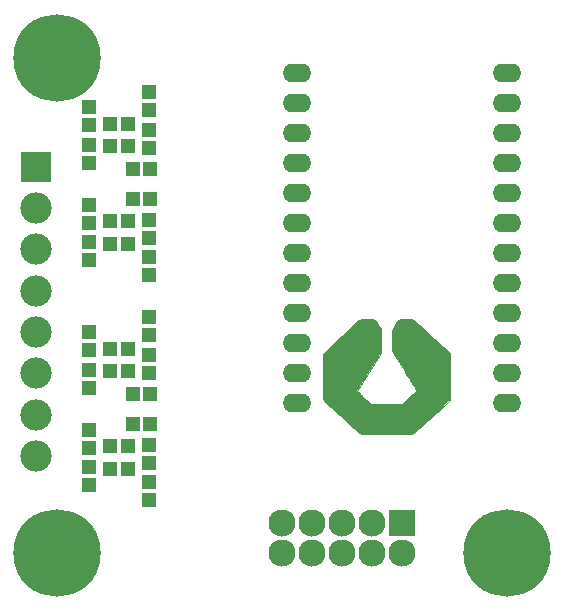
<source format=gbs>
G04 #@! TF.FileFunction,Soldermask,Bot*
%FSLAX46Y46*%
G04 Gerber Fmt 4.6, Leading zero omitted, Abs format (unit mm)*
G04 Created by KiCad (PCBNEW 4.0.4-stable) date Sunday, November 27, 2016 'PMt' 03:20:47 PM*
%MOMM*%
%LPD*%
G01*
G04 APERTURE LIST*
%ADD10C,0.100000*%
%ADD11O,2.400000X1.600000*%
%ADD12R,1.150000X1.200000*%
%ADD13R,1.200000X1.150000*%
%ADD14R,2.650000X2.650000*%
%ADD15C,2.650000*%
%ADD16C,7.400000*%
%ADD17C,1.000000*%
%ADD18C,2.300000*%
%ADD19R,2.300000X2.300000*%
G04 APERTURE END LIST*
D10*
G36*
X27628869Y18108229D02*
X27671484Y18012669D01*
X27714099Y17917108D01*
X29193369Y16575981D01*
X30672639Y15234854D01*
X30763434Y15199157D01*
X30854229Y15163460D01*
X32973542Y15163793D01*
X35092854Y15164126D01*
X35178879Y15197548D01*
X35207606Y15208923D01*
X35233300Y15219497D01*
X35254150Y15228494D01*
X35268344Y15235136D01*
X35273655Y15238204D01*
X35278202Y15242208D01*
X35290382Y15253003D01*
X35309922Y15270345D01*
X35336548Y15293990D01*
X35369987Y15323696D01*
X35409963Y15359219D01*
X35456205Y15400315D01*
X35508437Y15446740D01*
X35566386Y15498253D01*
X35629779Y15554608D01*
X35698340Y15615563D01*
X35771798Y15680874D01*
X35849876Y15750297D01*
X35932303Y15823590D01*
X36018804Y15900509D01*
X36109105Y15980810D01*
X36202933Y16064249D01*
X36300013Y16150584D01*
X36400072Y16239572D01*
X36502836Y16330967D01*
X36608031Y16424528D01*
X36715383Y16520010D01*
X36783068Y16580212D01*
X38283729Y17914987D01*
X38327386Y18011566D01*
X38371042Y18108146D01*
X38370783Y20010542D01*
X38370525Y21912938D01*
X38327127Y22008718D01*
X38283729Y22104499D01*
X36774834Y23436848D01*
X35265939Y24769196D01*
X35177102Y24802890D01*
X35088266Y24836584D01*
X34603727Y24836403D01*
X34119188Y24836222D01*
X34005558Y24771246D01*
X33891929Y24706270D01*
X33697748Y24381166D01*
X33503566Y24056063D01*
X33484617Y23988839D01*
X33465667Y23921616D01*
X33465741Y23031048D01*
X33465816Y22140479D01*
X33486265Y22071688D01*
X33506714Y22002896D01*
X34495942Y20431271D01*
X34570427Y20312933D01*
X34643531Y20196791D01*
X34715049Y20083171D01*
X34784774Y19972398D01*
X34852502Y19864800D01*
X34918028Y19760701D01*
X34981145Y19660429D01*
X35041650Y19564309D01*
X35099336Y19472667D01*
X35153998Y19385831D01*
X35205431Y19304125D01*
X35253429Y19227875D01*
X35297788Y19157409D01*
X35338302Y19093052D01*
X35374765Y19035130D01*
X35406973Y18983970D01*
X35434721Y18939897D01*
X35457802Y18903238D01*
X35476011Y18874319D01*
X35489144Y18853465D01*
X35496995Y18841004D01*
X35499274Y18837390D01*
X35513379Y18815135D01*
X34909634Y18243401D01*
X34305890Y17671667D01*
X32970877Y17671667D01*
X31635864Y17671667D01*
X31057192Y18219922D01*
X30990717Y18282909D01*
X30926097Y18344145D01*
X30863775Y18403214D01*
X30804192Y18459695D01*
X30747789Y18513171D01*
X30695010Y18563221D01*
X30646294Y18609427D01*
X30602084Y18651370D01*
X30562821Y18688631D01*
X30528947Y18720792D01*
X30500904Y18747432D01*
X30479133Y18768134D01*
X30464075Y18782479D01*
X30456173Y18790047D01*
X30455499Y18790701D01*
X30432478Y18813224D01*
X31462401Y20407620D01*
X32492324Y22002015D01*
X32513329Y22072229D01*
X32534333Y22142444D01*
X32534333Y23031396D01*
X32534333Y23920348D01*
X32511440Y23994014D01*
X32488546Y24067681D01*
X32272180Y24384365D01*
X32236524Y24436502D01*
X32202406Y24486291D01*
X32170327Y24533007D01*
X32140787Y24575929D01*
X32114285Y24614332D01*
X32091320Y24647494D01*
X32072393Y24674691D01*
X32058004Y24695201D01*
X32048651Y24708299D01*
X32045043Y24713057D01*
X32037323Y24718964D01*
X32021702Y24728818D01*
X31999696Y24741740D01*
X31972820Y24756849D01*
X31942593Y24773265D01*
X31928438Y24780772D01*
X31822604Y24836477D01*
X31338417Y24836488D01*
X30854229Y24836499D01*
X30763215Y24800822D01*
X30672201Y24765146D01*
X29194236Y23434941D01*
X27716271Y22104735D01*
X27672789Y22008837D01*
X27629307Y21912938D01*
X27629088Y20010583D01*
X27628869Y18108229D01*
X27628869Y18108229D01*
X27628869Y18108229D01*
G37*
X27628869Y18108229D02*
X27671484Y18012669D01*
X27714099Y17917108D01*
X29193369Y16575981D01*
X30672639Y15234854D01*
X30763434Y15199157D01*
X30854229Y15163460D01*
X32973542Y15163793D01*
X35092854Y15164126D01*
X35178879Y15197548D01*
X35207606Y15208923D01*
X35233300Y15219497D01*
X35254150Y15228494D01*
X35268344Y15235136D01*
X35273655Y15238204D01*
X35278202Y15242208D01*
X35290382Y15253003D01*
X35309922Y15270345D01*
X35336548Y15293990D01*
X35369987Y15323696D01*
X35409963Y15359219D01*
X35456205Y15400315D01*
X35508437Y15446740D01*
X35566386Y15498253D01*
X35629779Y15554608D01*
X35698340Y15615563D01*
X35771798Y15680874D01*
X35849876Y15750297D01*
X35932303Y15823590D01*
X36018804Y15900509D01*
X36109105Y15980810D01*
X36202933Y16064249D01*
X36300013Y16150584D01*
X36400072Y16239572D01*
X36502836Y16330967D01*
X36608031Y16424528D01*
X36715383Y16520010D01*
X36783068Y16580212D01*
X38283729Y17914987D01*
X38327386Y18011566D01*
X38371042Y18108146D01*
X38370783Y20010542D01*
X38370525Y21912938D01*
X38327127Y22008718D01*
X38283729Y22104499D01*
X36774834Y23436848D01*
X35265939Y24769196D01*
X35177102Y24802890D01*
X35088266Y24836584D01*
X34603727Y24836403D01*
X34119188Y24836222D01*
X34005558Y24771246D01*
X33891929Y24706270D01*
X33697748Y24381166D01*
X33503566Y24056063D01*
X33484617Y23988839D01*
X33465667Y23921616D01*
X33465741Y23031048D01*
X33465816Y22140479D01*
X33486265Y22071688D01*
X33506714Y22002896D01*
X34495942Y20431271D01*
X34570427Y20312933D01*
X34643531Y20196791D01*
X34715049Y20083171D01*
X34784774Y19972398D01*
X34852502Y19864800D01*
X34918028Y19760701D01*
X34981145Y19660429D01*
X35041650Y19564309D01*
X35099336Y19472667D01*
X35153998Y19385831D01*
X35205431Y19304125D01*
X35253429Y19227875D01*
X35297788Y19157409D01*
X35338302Y19093052D01*
X35374765Y19035130D01*
X35406973Y18983970D01*
X35434721Y18939897D01*
X35457802Y18903238D01*
X35476011Y18874319D01*
X35489144Y18853465D01*
X35496995Y18841004D01*
X35499274Y18837390D01*
X35513379Y18815135D01*
X34909634Y18243401D01*
X34305890Y17671667D01*
X32970877Y17671667D01*
X31635864Y17671667D01*
X31057192Y18219922D01*
X30990717Y18282909D01*
X30926097Y18344145D01*
X30863775Y18403214D01*
X30804192Y18459695D01*
X30747789Y18513171D01*
X30695010Y18563221D01*
X30646294Y18609427D01*
X30602084Y18651370D01*
X30562821Y18688631D01*
X30528947Y18720792D01*
X30500904Y18747432D01*
X30479133Y18768134D01*
X30464075Y18782479D01*
X30456173Y18790047D01*
X30455499Y18790701D01*
X30432478Y18813224D01*
X31462401Y20407620D01*
X32492324Y22002015D01*
X32513329Y22072229D01*
X32534333Y22142444D01*
X32534333Y23031396D01*
X32534333Y23920348D01*
X32511440Y23994014D01*
X32488546Y24067681D01*
X32272180Y24384365D01*
X32236524Y24436502D01*
X32202406Y24486291D01*
X32170327Y24533007D01*
X32140787Y24575929D01*
X32114285Y24614332D01*
X32091320Y24647494D01*
X32072393Y24674691D01*
X32058004Y24695201D01*
X32048651Y24708299D01*
X32045043Y24713057D01*
X32037323Y24718964D01*
X32021702Y24728818D01*
X31999696Y24741740D01*
X31972820Y24756849D01*
X31942593Y24773265D01*
X31928438Y24780772D01*
X31822604Y24836477D01*
X31338417Y24836488D01*
X30854229Y24836499D01*
X30763215Y24800822D01*
X30672201Y24765146D01*
X29194236Y23434941D01*
X27716271Y22104735D01*
X27672789Y22008837D01*
X27629307Y21912938D01*
X27629088Y20010583D01*
X27628869Y18108229D01*
X27628869Y18108229D01*
D11*
X43180000Y45720000D03*
X25400000Y45720000D03*
X43180000Y43180000D03*
X25400000Y43180000D03*
X43180000Y40640000D03*
X25400000Y40640000D03*
X43180000Y38100000D03*
X25400000Y38100000D03*
X43180000Y35560000D03*
X25400000Y35560000D03*
X43180000Y33020000D03*
X25400000Y33020000D03*
X43180000Y30480000D03*
X25400000Y30480000D03*
X43180000Y27940000D03*
X25400000Y27940000D03*
X43180000Y25400000D03*
X25400000Y25400000D03*
X43180000Y22860000D03*
X25400000Y22860000D03*
X43180000Y20320000D03*
X25400000Y20320000D03*
X43180000Y17780000D03*
X25400000Y17780000D03*
D12*
X12855000Y40880000D03*
X12855000Y39380000D03*
X12855000Y33260000D03*
X12855000Y31760000D03*
X12855000Y21830000D03*
X12855000Y20330000D03*
X12855000Y14210000D03*
X12855000Y12710000D03*
X12855000Y44055000D03*
X12855000Y42555000D03*
D13*
X12970000Y37590000D03*
X11470000Y37590000D03*
X11470000Y35050000D03*
X12970000Y35050000D03*
D12*
X12855000Y30085000D03*
X12855000Y28585000D03*
X12855000Y25005000D03*
X12855000Y23505000D03*
D13*
X12970000Y18540000D03*
X11470000Y18540000D03*
X11470000Y16000000D03*
X12970000Y16000000D03*
D12*
X12855000Y11035000D03*
X12855000Y9535000D03*
D14*
X3330000Y37775000D03*
D15*
X3330000Y34275000D03*
X3330000Y30775000D03*
X3330000Y27275000D03*
X3330000Y23775000D03*
X3330000Y20275000D03*
X3330000Y16775000D03*
X3330000Y13275000D03*
D12*
X7775000Y42785000D03*
X7775000Y41285000D03*
X7775000Y39610000D03*
X7775000Y38110000D03*
X7775000Y34530000D03*
X7775000Y33030000D03*
X7775000Y31355000D03*
X7775000Y29855000D03*
X7775000Y23735000D03*
X7775000Y22235000D03*
X7775000Y20560000D03*
X7775000Y19060000D03*
X7775000Y15480000D03*
X7775000Y13980000D03*
X7775000Y12305000D03*
X7775000Y10805000D03*
D13*
X11065000Y41400000D03*
X9565000Y41400000D03*
X11065000Y39495000D03*
X9565000Y39495000D03*
X11065000Y33145000D03*
X9565000Y33145000D03*
X11065000Y31240000D03*
X9565000Y31240000D03*
X11065000Y22350000D03*
X9565000Y22350000D03*
X11065000Y20445000D03*
X9565000Y20445000D03*
X11065000Y14095000D03*
X9565000Y14095000D03*
X11065000Y12190000D03*
X9565000Y12190000D03*
D16*
X43180000Y5080000D03*
D17*
X45805000Y5080000D03*
X45036155Y3223845D03*
X43180000Y2455000D03*
X41323845Y3223845D03*
X40555000Y5080000D03*
X41323845Y6936155D03*
X43180000Y7705000D03*
X45036155Y6936155D03*
D16*
X5080000Y46990000D03*
D17*
X7705000Y46990000D03*
X6936155Y45133845D03*
X5080000Y44365000D03*
X3223845Y45133845D03*
X2455000Y46990000D03*
X3223845Y48846155D03*
X5080000Y49615000D03*
X6936155Y48846155D03*
D16*
X5080000Y5080000D03*
D17*
X7705000Y5080000D03*
X6936155Y3223845D03*
X5080000Y2455000D03*
X3223845Y3223845D03*
X2455000Y5080000D03*
X3223845Y6936155D03*
X5080000Y7705000D03*
X6936155Y6936155D03*
D18*
X34290000Y5080000D03*
D19*
X34290000Y7620000D03*
D18*
X31750000Y5080000D03*
X31750000Y7620000D03*
X29210000Y5080000D03*
X29210000Y7620000D03*
X26670000Y5080000D03*
X26670000Y7620000D03*
X24130000Y5080000D03*
X24130000Y7620000D03*
M02*

</source>
